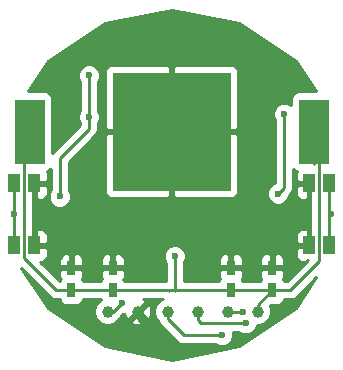
<source format=gtl>
G04 #@! TF.FileFunction,Copper,L1,Top,Signal*
%FSLAX46Y46*%
G04 Gerber Fmt 4.6, Leading zero omitted, Abs format (unit mm)*
G04 Created by KiCad (PCBNEW 4.0.7) date 08/26/18 00:21:12*
%MOMM*%
%LPD*%
G01*
G04 APERTURE LIST*
%ADD10C,0.100000*%
%ADD11R,2.500000X5.500000*%
%ADD12R,10.000000X10.000000*%
%ADD13R,0.750000X1.200000*%
%ADD14C,1.000000*%
%ADD15R,1.000000X1.550000*%
%ADD16C,0.600000*%
%ADD17C,0.250000*%
%ADD18C,0.254000*%
G04 APERTURE END LIST*
D10*
D11*
X149500000Y-96500000D03*
X125500000Y-96500000D03*
D12*
X137500000Y-96500000D03*
D13*
X146000000Y-109950000D03*
X146000000Y-108050000D03*
X142500000Y-109950000D03*
X142500000Y-108050000D03*
X132500000Y-109950000D03*
X132500000Y-108050000D03*
X129000000Y-109950000D03*
X129000000Y-108050000D03*
D14*
X139700000Y-111760000D03*
X137160000Y-111760000D03*
X132080000Y-111760000D03*
X144780000Y-111760000D03*
X142240000Y-111760000D03*
X134620000Y-111760000D03*
D15*
X149150000Y-106125000D03*
X149150000Y-100875000D03*
X150850000Y-100875000D03*
X150850000Y-106125000D03*
X125850000Y-100875000D03*
X125850000Y-106125000D03*
X124150000Y-106125000D03*
X124150000Y-100875000D03*
D16*
X137750000Y-107050008D03*
X134500000Y-104750000D03*
X137250000Y-115000000D03*
X146500000Y-101750000D03*
X147000000Y-95000000D03*
X128000000Y-102000000D03*
X130500000Y-91750000D03*
X130500000Y-95250000D03*
X143750000Y-112750000D03*
X141750000Y-113750000D03*
X133250000Y-111000000D03*
X143500000Y-111750000D03*
X151000000Y-103500000D03*
X124150000Y-103500000D03*
D17*
X137750000Y-107050008D02*
X137750000Y-109950000D01*
X137750000Y-109950000D02*
X137750000Y-110000000D01*
X137750000Y-110000000D02*
X137750000Y-109950000D01*
X144780000Y-111760000D02*
X144780000Y-111170000D01*
X144780000Y-111170000D02*
X146000000Y-109950000D01*
X137250000Y-109950000D02*
X137250000Y-110000000D01*
X137250000Y-110000000D02*
X137250000Y-109950000D01*
X129000000Y-109950000D02*
X127700000Y-109950000D01*
X125000000Y-107250000D02*
X125000000Y-97000000D01*
X127700000Y-109950000D02*
X125000000Y-107250000D01*
X125000000Y-97000000D02*
X125500000Y-96500000D01*
X146000000Y-109950000D02*
X147550000Y-109950000D01*
X150000000Y-107500000D02*
X150000000Y-97000000D01*
X147550000Y-109950000D02*
X150000000Y-107500000D01*
X150000000Y-97000000D02*
X149500000Y-96500000D01*
X142500000Y-109950000D02*
X146000000Y-109950000D01*
X132500000Y-109950000D02*
X137250000Y-109950000D01*
X137250000Y-109950000D02*
X137750000Y-109950000D01*
X137750000Y-109950000D02*
X142500000Y-109950000D01*
X129000000Y-109950000D02*
X132500000Y-109950000D01*
X149500000Y-96500000D02*
X149500000Y-99250000D01*
X134620000Y-112370000D02*
X134620000Y-111760000D01*
X137250000Y-115000000D02*
X134620000Y-112370000D01*
X147000000Y-95000000D02*
X147000000Y-101250000D01*
X147000000Y-101250000D02*
X146500000Y-101750000D01*
X130500000Y-95250000D02*
X130500000Y-96250000D01*
X128000000Y-98750000D02*
X128000000Y-102000000D01*
X130500000Y-96250000D02*
X128000000Y-98750000D01*
X130500000Y-91750000D02*
X130500000Y-95250000D01*
X139700000Y-112450000D02*
X139700000Y-111760000D01*
X140000000Y-112750000D02*
X139700000Y-112450000D01*
X143750000Y-112750000D02*
X140000000Y-112750000D01*
X137160000Y-112410000D02*
X137160000Y-111760000D01*
X138500000Y-113750000D02*
X137160000Y-112410000D01*
X141750000Y-113750000D02*
X138500000Y-113750000D01*
X133250000Y-111000000D02*
X132490000Y-111760000D01*
X132490000Y-111760000D02*
X132080000Y-111760000D01*
X143490000Y-111760000D02*
X142240000Y-111760000D01*
X143500000Y-111750000D02*
X143490000Y-111760000D01*
X150850000Y-103500000D02*
X151000000Y-103500000D01*
X150850000Y-106125000D02*
X150850000Y-103500000D01*
X150850000Y-103500000D02*
X150850000Y-100875000D01*
X124150000Y-100875000D02*
X124150000Y-103500000D01*
X124150000Y-103500000D02*
X124150000Y-106125000D01*
D18*
G36*
X127162599Y-110487401D02*
X127409161Y-110652148D01*
X127700000Y-110710000D01*
X128007666Y-110710000D01*
X128021838Y-110785317D01*
X128160910Y-111001441D01*
X128373110Y-111146431D01*
X128625000Y-111197440D01*
X129375000Y-111197440D01*
X129610317Y-111153162D01*
X129826441Y-111014090D01*
X129971431Y-110801890D01*
X129990039Y-110710000D01*
X131507666Y-110710000D01*
X131517864Y-110764198D01*
X131437914Y-110797233D01*
X131118355Y-111116235D01*
X130945197Y-111533244D01*
X130944803Y-111984775D01*
X131117233Y-112402086D01*
X131436235Y-112721645D01*
X131853244Y-112894803D01*
X132304775Y-112895197D01*
X132722086Y-112722767D01*
X132895050Y-112550104D01*
X134009501Y-112550104D01*
X134046648Y-112765217D01*
X134474972Y-112908112D01*
X134925375Y-112876217D01*
X135193352Y-112765217D01*
X135230499Y-112550104D01*
X134620000Y-111939605D01*
X134009501Y-112550104D01*
X132895050Y-112550104D01*
X133041645Y-112403765D01*
X133127288Y-112197514D01*
X133389680Y-111935122D01*
X133435167Y-111935162D01*
X133492874Y-111911318D01*
X133503783Y-112065375D01*
X133614783Y-112333352D01*
X133829896Y-112370499D01*
X134440395Y-111760000D01*
X134799605Y-111760000D01*
X135410104Y-112370499D01*
X135625217Y-112333352D01*
X135768112Y-111905028D01*
X135736217Y-111454625D01*
X135625217Y-111186648D01*
X135410104Y-111149501D01*
X134799605Y-111760000D01*
X134440395Y-111760000D01*
X134426253Y-111745858D01*
X134605858Y-111566253D01*
X134620000Y-111580395D01*
X135230499Y-110969896D01*
X135193352Y-110754783D01*
X135059116Y-110710000D01*
X136729033Y-110710000D01*
X136517914Y-110797233D01*
X136198355Y-111116235D01*
X136025197Y-111533244D01*
X136024803Y-111984775D01*
X136197233Y-112402086D01*
X136448492Y-112653784D01*
X136457852Y-112700839D01*
X136622599Y-112947401D01*
X137962599Y-114287401D01*
X138209160Y-114452148D01*
X138500000Y-114510000D01*
X141187537Y-114510000D01*
X141219673Y-114542192D01*
X141563201Y-114684838D01*
X141935167Y-114685162D01*
X142278943Y-114543117D01*
X142542192Y-114280327D01*
X142684838Y-113936799D01*
X142685162Y-113564833D01*
X142662506Y-113510000D01*
X143187537Y-113510000D01*
X143219673Y-113542192D01*
X143563201Y-113684838D01*
X143935167Y-113685162D01*
X144278943Y-113543117D01*
X144542192Y-113280327D01*
X144684838Y-112936799D01*
X144684874Y-112894918D01*
X145004775Y-112895197D01*
X145422086Y-112722767D01*
X145741645Y-112403765D01*
X145914803Y-111986756D01*
X145915197Y-111535225D01*
X145790753Y-111234049D01*
X145827362Y-111197440D01*
X146375000Y-111197440D01*
X146610317Y-111153162D01*
X146826441Y-111014090D01*
X146971431Y-110801890D01*
X146990039Y-110710000D01*
X147550000Y-110710000D01*
X147840839Y-110652148D01*
X148087401Y-110487401D01*
X149748482Y-108826320D01*
X147977212Y-111477212D01*
X143170227Y-114689138D01*
X137500000Y-115817016D01*
X131829773Y-114689138D01*
X127022788Y-111477212D01*
X124748100Y-108072902D01*
X127162599Y-110487401D01*
X127162599Y-110487401D01*
G37*
X127162599Y-110487401D02*
X127409161Y-110652148D01*
X127700000Y-110710000D01*
X128007666Y-110710000D01*
X128021838Y-110785317D01*
X128160910Y-111001441D01*
X128373110Y-111146431D01*
X128625000Y-111197440D01*
X129375000Y-111197440D01*
X129610317Y-111153162D01*
X129826441Y-111014090D01*
X129971431Y-110801890D01*
X129990039Y-110710000D01*
X131507666Y-110710000D01*
X131517864Y-110764198D01*
X131437914Y-110797233D01*
X131118355Y-111116235D01*
X130945197Y-111533244D01*
X130944803Y-111984775D01*
X131117233Y-112402086D01*
X131436235Y-112721645D01*
X131853244Y-112894803D01*
X132304775Y-112895197D01*
X132722086Y-112722767D01*
X132895050Y-112550104D01*
X134009501Y-112550104D01*
X134046648Y-112765217D01*
X134474972Y-112908112D01*
X134925375Y-112876217D01*
X135193352Y-112765217D01*
X135230499Y-112550104D01*
X134620000Y-111939605D01*
X134009501Y-112550104D01*
X132895050Y-112550104D01*
X133041645Y-112403765D01*
X133127288Y-112197514D01*
X133389680Y-111935122D01*
X133435167Y-111935162D01*
X133492874Y-111911318D01*
X133503783Y-112065375D01*
X133614783Y-112333352D01*
X133829896Y-112370499D01*
X134440395Y-111760000D01*
X134799605Y-111760000D01*
X135410104Y-112370499D01*
X135625217Y-112333352D01*
X135768112Y-111905028D01*
X135736217Y-111454625D01*
X135625217Y-111186648D01*
X135410104Y-111149501D01*
X134799605Y-111760000D01*
X134440395Y-111760000D01*
X134426253Y-111745858D01*
X134605858Y-111566253D01*
X134620000Y-111580395D01*
X135230499Y-110969896D01*
X135193352Y-110754783D01*
X135059116Y-110710000D01*
X136729033Y-110710000D01*
X136517914Y-110797233D01*
X136198355Y-111116235D01*
X136025197Y-111533244D01*
X136024803Y-111984775D01*
X136197233Y-112402086D01*
X136448492Y-112653784D01*
X136457852Y-112700839D01*
X136622599Y-112947401D01*
X137962599Y-114287401D01*
X138209160Y-114452148D01*
X138500000Y-114510000D01*
X141187537Y-114510000D01*
X141219673Y-114542192D01*
X141563201Y-114684838D01*
X141935167Y-114685162D01*
X142278943Y-114543117D01*
X142542192Y-114280327D01*
X142684838Y-113936799D01*
X142685162Y-113564833D01*
X142662506Y-113510000D01*
X143187537Y-113510000D01*
X143219673Y-113542192D01*
X143563201Y-113684838D01*
X143935167Y-113685162D01*
X144278943Y-113543117D01*
X144542192Y-113280327D01*
X144684838Y-112936799D01*
X144684874Y-112894918D01*
X145004775Y-112895197D01*
X145422086Y-112722767D01*
X145741645Y-112403765D01*
X145914803Y-111986756D01*
X145915197Y-111535225D01*
X145790753Y-111234049D01*
X145827362Y-111197440D01*
X146375000Y-111197440D01*
X146610317Y-111153162D01*
X146826441Y-111014090D01*
X146971431Y-110801890D01*
X146990039Y-110710000D01*
X147550000Y-110710000D01*
X147840839Y-110652148D01*
X148087401Y-110487401D01*
X149748482Y-108826320D01*
X147977212Y-111477212D01*
X143170227Y-114689138D01*
X137500000Y-115817016D01*
X131829773Y-114689138D01*
X127022788Y-111477212D01*
X124748100Y-108072902D01*
X127162599Y-110487401D01*
G36*
X143170227Y-87310862D02*
X147977212Y-90522788D01*
X149700961Y-93102560D01*
X148250000Y-93102560D01*
X148014683Y-93146838D01*
X147798559Y-93285910D01*
X147653569Y-93498110D01*
X147602560Y-93750000D01*
X147602560Y-94280167D01*
X147530327Y-94207808D01*
X147186799Y-94065162D01*
X146814833Y-94064838D01*
X146471057Y-94206883D01*
X146207808Y-94469673D01*
X146065162Y-94813201D01*
X146064838Y-95185167D01*
X146206883Y-95528943D01*
X146240000Y-95562118D01*
X146240000Y-100845758D01*
X145971057Y-100956883D01*
X145707808Y-101219673D01*
X145565162Y-101563201D01*
X145564838Y-101935167D01*
X145706883Y-102278943D01*
X145969673Y-102542192D01*
X146313201Y-102684838D01*
X146685167Y-102685162D01*
X147028943Y-102543117D01*
X147292192Y-102280327D01*
X147434838Y-101936799D01*
X147434879Y-101889923D01*
X147537401Y-101787401D01*
X147702148Y-101540839D01*
X147760000Y-101250000D01*
X147760000Y-101160750D01*
X148015000Y-101160750D01*
X148015000Y-101776309D01*
X148111673Y-102009698D01*
X148290301Y-102188327D01*
X148523690Y-102285000D01*
X148864250Y-102285000D01*
X149023000Y-102126250D01*
X149023000Y-101002000D01*
X148173750Y-101002000D01*
X148015000Y-101160750D01*
X147760000Y-101160750D01*
X147760000Y-99661176D01*
X147785910Y-99701441D01*
X147998110Y-99846431D01*
X148062326Y-99859435D01*
X148015000Y-99973691D01*
X148015000Y-100589250D01*
X148173750Y-100748000D01*
X149023000Y-100748000D01*
X149023000Y-100728000D01*
X149240000Y-100728000D01*
X149240000Y-106272000D01*
X149023000Y-106272000D01*
X149023000Y-106252000D01*
X148173750Y-106252000D01*
X148015000Y-106410750D01*
X148015000Y-107026309D01*
X148111673Y-107259698D01*
X148290301Y-107438327D01*
X148523690Y-107535000D01*
X148864250Y-107535000D01*
X149022998Y-107376252D01*
X149022998Y-107402200D01*
X147235198Y-109190000D01*
X146992334Y-109190000D01*
X146978162Y-109114683D01*
X146911671Y-109011354D01*
X146913327Y-109009698D01*
X147010000Y-108776309D01*
X147010000Y-108335750D01*
X146851250Y-108177000D01*
X146127000Y-108177000D01*
X146127000Y-108197000D01*
X145873000Y-108197000D01*
X145873000Y-108177000D01*
X145148750Y-108177000D01*
X144990000Y-108335750D01*
X144990000Y-108776309D01*
X145086673Y-109009698D01*
X145088043Y-109011068D01*
X145028569Y-109098110D01*
X145009961Y-109190000D01*
X143492334Y-109190000D01*
X143478162Y-109114683D01*
X143411671Y-109011354D01*
X143413327Y-109009698D01*
X143510000Y-108776309D01*
X143510000Y-108335750D01*
X143351250Y-108177000D01*
X142627000Y-108177000D01*
X142627000Y-108197000D01*
X142373000Y-108197000D01*
X142373000Y-108177000D01*
X141648750Y-108177000D01*
X141490000Y-108335750D01*
X141490000Y-108776309D01*
X141586673Y-109009698D01*
X141588043Y-109011068D01*
X141528569Y-109098110D01*
X141509961Y-109190000D01*
X138510000Y-109190000D01*
X138510000Y-107612471D01*
X138542192Y-107580335D01*
X138648760Y-107323691D01*
X141490000Y-107323691D01*
X141490000Y-107764250D01*
X141648750Y-107923000D01*
X142373000Y-107923000D01*
X142373000Y-106973750D01*
X142627000Y-106973750D01*
X142627000Y-107923000D01*
X143351250Y-107923000D01*
X143510000Y-107764250D01*
X143510000Y-107323691D01*
X144990000Y-107323691D01*
X144990000Y-107764250D01*
X145148750Y-107923000D01*
X145873000Y-107923000D01*
X145873000Y-106973750D01*
X146127000Y-106973750D01*
X146127000Y-107923000D01*
X146851250Y-107923000D01*
X147010000Y-107764250D01*
X147010000Y-107323691D01*
X146913327Y-107090302D01*
X146734699Y-106911673D01*
X146501310Y-106815000D01*
X146285750Y-106815000D01*
X146127000Y-106973750D01*
X145873000Y-106973750D01*
X145714250Y-106815000D01*
X145498690Y-106815000D01*
X145265301Y-106911673D01*
X145086673Y-107090302D01*
X144990000Y-107323691D01*
X143510000Y-107323691D01*
X143413327Y-107090302D01*
X143234699Y-106911673D01*
X143001310Y-106815000D01*
X142785750Y-106815000D01*
X142627000Y-106973750D01*
X142373000Y-106973750D01*
X142214250Y-106815000D01*
X141998690Y-106815000D01*
X141765301Y-106911673D01*
X141586673Y-107090302D01*
X141490000Y-107323691D01*
X138648760Y-107323691D01*
X138684838Y-107236807D01*
X138685162Y-106864841D01*
X138543117Y-106521065D01*
X138280327Y-106257816D01*
X137936799Y-106115170D01*
X137564833Y-106114846D01*
X137221057Y-106256891D01*
X136957808Y-106519681D01*
X136815162Y-106863209D01*
X136814838Y-107235175D01*
X136956883Y-107578951D01*
X136990000Y-107612126D01*
X136990000Y-109190000D01*
X133492334Y-109190000D01*
X133478162Y-109114683D01*
X133411671Y-109011354D01*
X133413327Y-109009698D01*
X133510000Y-108776309D01*
X133510000Y-108335750D01*
X133351250Y-108177000D01*
X132627000Y-108177000D01*
X132627000Y-108197000D01*
X132373000Y-108197000D01*
X132373000Y-108177000D01*
X131648750Y-108177000D01*
X131490000Y-108335750D01*
X131490000Y-108776309D01*
X131586673Y-109009698D01*
X131588043Y-109011068D01*
X131528569Y-109098110D01*
X131509961Y-109190000D01*
X129992334Y-109190000D01*
X129978162Y-109114683D01*
X129911671Y-109011354D01*
X129913327Y-109009698D01*
X130010000Y-108776309D01*
X130010000Y-108335750D01*
X129851250Y-108177000D01*
X129127000Y-108177000D01*
X129127000Y-108197000D01*
X128873000Y-108197000D01*
X128873000Y-108177000D01*
X128148750Y-108177000D01*
X127990000Y-108335750D01*
X127990000Y-108776309D01*
X128086673Y-109009698D01*
X128088043Y-109011068D01*
X128028569Y-109098110D01*
X128010776Y-109185974D01*
X126359802Y-107535000D01*
X126476310Y-107535000D01*
X126709699Y-107438327D01*
X126824334Y-107323691D01*
X127990000Y-107323691D01*
X127990000Y-107764250D01*
X128148750Y-107923000D01*
X128873000Y-107923000D01*
X128873000Y-106973750D01*
X129127000Y-106973750D01*
X129127000Y-107923000D01*
X129851250Y-107923000D01*
X130010000Y-107764250D01*
X130010000Y-107323691D01*
X131490000Y-107323691D01*
X131490000Y-107764250D01*
X131648750Y-107923000D01*
X132373000Y-107923000D01*
X132373000Y-106973750D01*
X132627000Y-106973750D01*
X132627000Y-107923000D01*
X133351250Y-107923000D01*
X133510000Y-107764250D01*
X133510000Y-107323691D01*
X133413327Y-107090302D01*
X133234699Y-106911673D01*
X133001310Y-106815000D01*
X132785750Y-106815000D01*
X132627000Y-106973750D01*
X132373000Y-106973750D01*
X132214250Y-106815000D01*
X131998690Y-106815000D01*
X131765301Y-106911673D01*
X131586673Y-107090302D01*
X131490000Y-107323691D01*
X130010000Y-107323691D01*
X129913327Y-107090302D01*
X129734699Y-106911673D01*
X129501310Y-106815000D01*
X129285750Y-106815000D01*
X129127000Y-106973750D01*
X128873000Y-106973750D01*
X128714250Y-106815000D01*
X128498690Y-106815000D01*
X128265301Y-106911673D01*
X128086673Y-107090302D01*
X127990000Y-107323691D01*
X126824334Y-107323691D01*
X126888327Y-107259698D01*
X126985000Y-107026309D01*
X126985000Y-106410750D01*
X126826250Y-106252000D01*
X125977000Y-106252000D01*
X125977000Y-106272000D01*
X125760000Y-106272000D01*
X125760000Y-104873750D01*
X125977000Y-104873750D01*
X125977000Y-105998000D01*
X126826250Y-105998000D01*
X126985000Y-105839250D01*
X126985000Y-105223691D01*
X148015000Y-105223691D01*
X148015000Y-105839250D01*
X148173750Y-105998000D01*
X149023000Y-105998000D01*
X149023000Y-104873750D01*
X148864250Y-104715000D01*
X148523690Y-104715000D01*
X148290301Y-104811673D01*
X148111673Y-104990302D01*
X148015000Y-105223691D01*
X126985000Y-105223691D01*
X126888327Y-104990302D01*
X126709699Y-104811673D01*
X126476310Y-104715000D01*
X126135750Y-104715000D01*
X125977000Y-104873750D01*
X125760000Y-104873750D01*
X125760000Y-101002000D01*
X125977000Y-101002000D01*
X125977000Y-102126250D01*
X126135750Y-102285000D01*
X126476310Y-102285000D01*
X126709699Y-102188327D01*
X126888327Y-102009698D01*
X126985000Y-101776309D01*
X126985000Y-101160750D01*
X126826250Y-101002000D01*
X125977000Y-101002000D01*
X125760000Y-101002000D01*
X125760000Y-100728000D01*
X125977000Y-100728000D01*
X125977000Y-100748000D01*
X126826250Y-100748000D01*
X126985000Y-100589250D01*
X126985000Y-99973691D01*
X126938708Y-99861932D01*
X126985317Y-99853162D01*
X127201441Y-99714090D01*
X127240000Y-99657657D01*
X127240000Y-101437537D01*
X127207808Y-101469673D01*
X127065162Y-101813201D01*
X127064838Y-102185167D01*
X127206883Y-102528943D01*
X127469673Y-102792192D01*
X127813201Y-102934838D01*
X128185167Y-102935162D01*
X128528943Y-102793117D01*
X128792192Y-102530327D01*
X128934838Y-102186799D01*
X128935162Y-101814833D01*
X128793117Y-101471057D01*
X128760000Y-101437882D01*
X128760000Y-99064802D01*
X131037401Y-96787401D01*
X131038504Y-96785750D01*
X131865000Y-96785750D01*
X131865000Y-101626310D01*
X131961673Y-101859699D01*
X132140302Y-102038327D01*
X132373691Y-102135000D01*
X137214250Y-102135000D01*
X137373000Y-101976250D01*
X137373000Y-96627000D01*
X137627000Y-96627000D01*
X137627000Y-101976250D01*
X137785750Y-102135000D01*
X142626309Y-102135000D01*
X142859698Y-102038327D01*
X143038327Y-101859699D01*
X143135000Y-101626310D01*
X143135000Y-96785750D01*
X142976250Y-96627000D01*
X137627000Y-96627000D01*
X137373000Y-96627000D01*
X132023750Y-96627000D01*
X131865000Y-96785750D01*
X131038504Y-96785750D01*
X131202148Y-96540839D01*
X131260000Y-96250000D01*
X131260000Y-95812463D01*
X131292192Y-95780327D01*
X131434838Y-95436799D01*
X131435162Y-95064833D01*
X131293117Y-94721057D01*
X131260000Y-94687882D01*
X131260000Y-92312463D01*
X131292192Y-92280327D01*
X131434838Y-91936799D01*
X131435162Y-91564833D01*
X131356184Y-91373690D01*
X131865000Y-91373690D01*
X131865000Y-96214250D01*
X132023750Y-96373000D01*
X137373000Y-96373000D01*
X137373000Y-91023750D01*
X137627000Y-91023750D01*
X137627000Y-96373000D01*
X142976250Y-96373000D01*
X143135000Y-96214250D01*
X143135000Y-91373690D01*
X143038327Y-91140301D01*
X142859698Y-90961673D01*
X142626309Y-90865000D01*
X137785750Y-90865000D01*
X137627000Y-91023750D01*
X137373000Y-91023750D01*
X137214250Y-90865000D01*
X132373691Y-90865000D01*
X132140302Y-90961673D01*
X131961673Y-91140301D01*
X131865000Y-91373690D01*
X131356184Y-91373690D01*
X131293117Y-91221057D01*
X131030327Y-90957808D01*
X130686799Y-90815162D01*
X130314833Y-90814838D01*
X129971057Y-90956883D01*
X129707808Y-91219673D01*
X129565162Y-91563201D01*
X129564838Y-91935167D01*
X129706883Y-92278943D01*
X129740000Y-92312118D01*
X129740000Y-94687537D01*
X129707808Y-94719673D01*
X129565162Y-95063201D01*
X129564838Y-95435167D01*
X129706883Y-95778943D01*
X129740000Y-95812118D01*
X129740000Y-95935198D01*
X127462599Y-98212599D01*
X127397440Y-98310117D01*
X127397440Y-93750000D01*
X127353162Y-93514683D01*
X127214090Y-93298559D01*
X127001890Y-93153569D01*
X126750000Y-93102560D01*
X125299039Y-93102560D01*
X127022788Y-90522788D01*
X131829773Y-87310862D01*
X137500000Y-86182984D01*
X143170227Y-87310862D01*
X143170227Y-87310862D01*
G37*
X143170227Y-87310862D02*
X147977212Y-90522788D01*
X149700961Y-93102560D01*
X148250000Y-93102560D01*
X148014683Y-93146838D01*
X147798559Y-93285910D01*
X147653569Y-93498110D01*
X147602560Y-93750000D01*
X147602560Y-94280167D01*
X147530327Y-94207808D01*
X147186799Y-94065162D01*
X146814833Y-94064838D01*
X146471057Y-94206883D01*
X146207808Y-94469673D01*
X146065162Y-94813201D01*
X146064838Y-95185167D01*
X146206883Y-95528943D01*
X146240000Y-95562118D01*
X146240000Y-100845758D01*
X145971057Y-100956883D01*
X145707808Y-101219673D01*
X145565162Y-101563201D01*
X145564838Y-101935167D01*
X145706883Y-102278943D01*
X145969673Y-102542192D01*
X146313201Y-102684838D01*
X146685167Y-102685162D01*
X147028943Y-102543117D01*
X147292192Y-102280327D01*
X147434838Y-101936799D01*
X147434879Y-101889923D01*
X147537401Y-101787401D01*
X147702148Y-101540839D01*
X147760000Y-101250000D01*
X147760000Y-101160750D01*
X148015000Y-101160750D01*
X148015000Y-101776309D01*
X148111673Y-102009698D01*
X148290301Y-102188327D01*
X148523690Y-102285000D01*
X148864250Y-102285000D01*
X149023000Y-102126250D01*
X149023000Y-101002000D01*
X148173750Y-101002000D01*
X148015000Y-101160750D01*
X147760000Y-101160750D01*
X147760000Y-99661176D01*
X147785910Y-99701441D01*
X147998110Y-99846431D01*
X148062326Y-99859435D01*
X148015000Y-99973691D01*
X148015000Y-100589250D01*
X148173750Y-100748000D01*
X149023000Y-100748000D01*
X149023000Y-100728000D01*
X149240000Y-100728000D01*
X149240000Y-106272000D01*
X149023000Y-106272000D01*
X149023000Y-106252000D01*
X148173750Y-106252000D01*
X148015000Y-106410750D01*
X148015000Y-107026309D01*
X148111673Y-107259698D01*
X148290301Y-107438327D01*
X148523690Y-107535000D01*
X148864250Y-107535000D01*
X149022998Y-107376252D01*
X149022998Y-107402200D01*
X147235198Y-109190000D01*
X146992334Y-109190000D01*
X146978162Y-109114683D01*
X146911671Y-109011354D01*
X146913327Y-109009698D01*
X147010000Y-108776309D01*
X147010000Y-108335750D01*
X146851250Y-108177000D01*
X146127000Y-108177000D01*
X146127000Y-108197000D01*
X145873000Y-108197000D01*
X145873000Y-108177000D01*
X145148750Y-108177000D01*
X144990000Y-108335750D01*
X144990000Y-108776309D01*
X145086673Y-109009698D01*
X145088043Y-109011068D01*
X145028569Y-109098110D01*
X145009961Y-109190000D01*
X143492334Y-109190000D01*
X143478162Y-109114683D01*
X143411671Y-109011354D01*
X143413327Y-109009698D01*
X143510000Y-108776309D01*
X143510000Y-108335750D01*
X143351250Y-108177000D01*
X142627000Y-108177000D01*
X142627000Y-108197000D01*
X142373000Y-108197000D01*
X142373000Y-108177000D01*
X141648750Y-108177000D01*
X141490000Y-108335750D01*
X141490000Y-108776309D01*
X141586673Y-109009698D01*
X141588043Y-109011068D01*
X141528569Y-109098110D01*
X141509961Y-109190000D01*
X138510000Y-109190000D01*
X138510000Y-107612471D01*
X138542192Y-107580335D01*
X138648760Y-107323691D01*
X141490000Y-107323691D01*
X141490000Y-107764250D01*
X141648750Y-107923000D01*
X142373000Y-107923000D01*
X142373000Y-106973750D01*
X142627000Y-106973750D01*
X142627000Y-107923000D01*
X143351250Y-107923000D01*
X143510000Y-107764250D01*
X143510000Y-107323691D01*
X144990000Y-107323691D01*
X144990000Y-107764250D01*
X145148750Y-107923000D01*
X145873000Y-107923000D01*
X145873000Y-106973750D01*
X146127000Y-106973750D01*
X146127000Y-107923000D01*
X146851250Y-107923000D01*
X147010000Y-107764250D01*
X147010000Y-107323691D01*
X146913327Y-107090302D01*
X146734699Y-106911673D01*
X146501310Y-106815000D01*
X146285750Y-106815000D01*
X146127000Y-106973750D01*
X145873000Y-106973750D01*
X145714250Y-106815000D01*
X145498690Y-106815000D01*
X145265301Y-106911673D01*
X145086673Y-107090302D01*
X144990000Y-107323691D01*
X143510000Y-107323691D01*
X143413327Y-107090302D01*
X143234699Y-106911673D01*
X143001310Y-106815000D01*
X142785750Y-106815000D01*
X142627000Y-106973750D01*
X142373000Y-106973750D01*
X142214250Y-106815000D01*
X141998690Y-106815000D01*
X141765301Y-106911673D01*
X141586673Y-107090302D01*
X141490000Y-107323691D01*
X138648760Y-107323691D01*
X138684838Y-107236807D01*
X138685162Y-106864841D01*
X138543117Y-106521065D01*
X138280327Y-106257816D01*
X137936799Y-106115170D01*
X137564833Y-106114846D01*
X137221057Y-106256891D01*
X136957808Y-106519681D01*
X136815162Y-106863209D01*
X136814838Y-107235175D01*
X136956883Y-107578951D01*
X136990000Y-107612126D01*
X136990000Y-109190000D01*
X133492334Y-109190000D01*
X133478162Y-109114683D01*
X133411671Y-109011354D01*
X133413327Y-109009698D01*
X133510000Y-108776309D01*
X133510000Y-108335750D01*
X133351250Y-108177000D01*
X132627000Y-108177000D01*
X132627000Y-108197000D01*
X132373000Y-108197000D01*
X132373000Y-108177000D01*
X131648750Y-108177000D01*
X131490000Y-108335750D01*
X131490000Y-108776309D01*
X131586673Y-109009698D01*
X131588043Y-109011068D01*
X131528569Y-109098110D01*
X131509961Y-109190000D01*
X129992334Y-109190000D01*
X129978162Y-109114683D01*
X129911671Y-109011354D01*
X129913327Y-109009698D01*
X130010000Y-108776309D01*
X130010000Y-108335750D01*
X129851250Y-108177000D01*
X129127000Y-108177000D01*
X129127000Y-108197000D01*
X128873000Y-108197000D01*
X128873000Y-108177000D01*
X128148750Y-108177000D01*
X127990000Y-108335750D01*
X127990000Y-108776309D01*
X128086673Y-109009698D01*
X128088043Y-109011068D01*
X128028569Y-109098110D01*
X128010776Y-109185974D01*
X126359802Y-107535000D01*
X126476310Y-107535000D01*
X126709699Y-107438327D01*
X126824334Y-107323691D01*
X127990000Y-107323691D01*
X127990000Y-107764250D01*
X128148750Y-107923000D01*
X128873000Y-107923000D01*
X128873000Y-106973750D01*
X129127000Y-106973750D01*
X129127000Y-107923000D01*
X129851250Y-107923000D01*
X130010000Y-107764250D01*
X130010000Y-107323691D01*
X131490000Y-107323691D01*
X131490000Y-107764250D01*
X131648750Y-107923000D01*
X132373000Y-107923000D01*
X132373000Y-106973750D01*
X132627000Y-106973750D01*
X132627000Y-107923000D01*
X133351250Y-107923000D01*
X133510000Y-107764250D01*
X133510000Y-107323691D01*
X133413327Y-107090302D01*
X133234699Y-106911673D01*
X133001310Y-106815000D01*
X132785750Y-106815000D01*
X132627000Y-106973750D01*
X132373000Y-106973750D01*
X132214250Y-106815000D01*
X131998690Y-106815000D01*
X131765301Y-106911673D01*
X131586673Y-107090302D01*
X131490000Y-107323691D01*
X130010000Y-107323691D01*
X129913327Y-107090302D01*
X129734699Y-106911673D01*
X129501310Y-106815000D01*
X129285750Y-106815000D01*
X129127000Y-106973750D01*
X128873000Y-106973750D01*
X128714250Y-106815000D01*
X128498690Y-106815000D01*
X128265301Y-106911673D01*
X128086673Y-107090302D01*
X127990000Y-107323691D01*
X126824334Y-107323691D01*
X126888327Y-107259698D01*
X126985000Y-107026309D01*
X126985000Y-106410750D01*
X126826250Y-106252000D01*
X125977000Y-106252000D01*
X125977000Y-106272000D01*
X125760000Y-106272000D01*
X125760000Y-104873750D01*
X125977000Y-104873750D01*
X125977000Y-105998000D01*
X126826250Y-105998000D01*
X126985000Y-105839250D01*
X126985000Y-105223691D01*
X148015000Y-105223691D01*
X148015000Y-105839250D01*
X148173750Y-105998000D01*
X149023000Y-105998000D01*
X149023000Y-104873750D01*
X148864250Y-104715000D01*
X148523690Y-104715000D01*
X148290301Y-104811673D01*
X148111673Y-104990302D01*
X148015000Y-105223691D01*
X126985000Y-105223691D01*
X126888327Y-104990302D01*
X126709699Y-104811673D01*
X126476310Y-104715000D01*
X126135750Y-104715000D01*
X125977000Y-104873750D01*
X125760000Y-104873750D01*
X125760000Y-101002000D01*
X125977000Y-101002000D01*
X125977000Y-102126250D01*
X126135750Y-102285000D01*
X126476310Y-102285000D01*
X126709699Y-102188327D01*
X126888327Y-102009698D01*
X126985000Y-101776309D01*
X126985000Y-101160750D01*
X126826250Y-101002000D01*
X125977000Y-101002000D01*
X125760000Y-101002000D01*
X125760000Y-100728000D01*
X125977000Y-100728000D01*
X125977000Y-100748000D01*
X126826250Y-100748000D01*
X126985000Y-100589250D01*
X126985000Y-99973691D01*
X126938708Y-99861932D01*
X126985317Y-99853162D01*
X127201441Y-99714090D01*
X127240000Y-99657657D01*
X127240000Y-101437537D01*
X127207808Y-101469673D01*
X127065162Y-101813201D01*
X127064838Y-102185167D01*
X127206883Y-102528943D01*
X127469673Y-102792192D01*
X127813201Y-102934838D01*
X128185167Y-102935162D01*
X128528943Y-102793117D01*
X128792192Y-102530327D01*
X128934838Y-102186799D01*
X128935162Y-101814833D01*
X128793117Y-101471057D01*
X128760000Y-101437882D01*
X128760000Y-99064802D01*
X131037401Y-96787401D01*
X131038504Y-96785750D01*
X131865000Y-96785750D01*
X131865000Y-101626310D01*
X131961673Y-101859699D01*
X132140302Y-102038327D01*
X132373691Y-102135000D01*
X137214250Y-102135000D01*
X137373000Y-101976250D01*
X137373000Y-96627000D01*
X137627000Y-96627000D01*
X137627000Y-101976250D01*
X137785750Y-102135000D01*
X142626309Y-102135000D01*
X142859698Y-102038327D01*
X143038327Y-101859699D01*
X143135000Y-101626310D01*
X143135000Y-96785750D01*
X142976250Y-96627000D01*
X137627000Y-96627000D01*
X137373000Y-96627000D01*
X132023750Y-96627000D01*
X131865000Y-96785750D01*
X131038504Y-96785750D01*
X131202148Y-96540839D01*
X131260000Y-96250000D01*
X131260000Y-95812463D01*
X131292192Y-95780327D01*
X131434838Y-95436799D01*
X131435162Y-95064833D01*
X131293117Y-94721057D01*
X131260000Y-94687882D01*
X131260000Y-92312463D01*
X131292192Y-92280327D01*
X131434838Y-91936799D01*
X131435162Y-91564833D01*
X131356184Y-91373690D01*
X131865000Y-91373690D01*
X131865000Y-96214250D01*
X132023750Y-96373000D01*
X137373000Y-96373000D01*
X137373000Y-91023750D01*
X137627000Y-91023750D01*
X137627000Y-96373000D01*
X142976250Y-96373000D01*
X143135000Y-96214250D01*
X143135000Y-91373690D01*
X143038327Y-91140301D01*
X142859698Y-90961673D01*
X142626309Y-90865000D01*
X137785750Y-90865000D01*
X137627000Y-91023750D01*
X137373000Y-91023750D01*
X137214250Y-90865000D01*
X132373691Y-90865000D01*
X132140302Y-90961673D01*
X131961673Y-91140301D01*
X131865000Y-91373690D01*
X131356184Y-91373690D01*
X131293117Y-91221057D01*
X131030327Y-90957808D01*
X130686799Y-90815162D01*
X130314833Y-90814838D01*
X129971057Y-90956883D01*
X129707808Y-91219673D01*
X129565162Y-91563201D01*
X129564838Y-91935167D01*
X129706883Y-92278943D01*
X129740000Y-92312118D01*
X129740000Y-94687537D01*
X129707808Y-94719673D01*
X129565162Y-95063201D01*
X129564838Y-95435167D01*
X129706883Y-95778943D01*
X129740000Y-95812118D01*
X129740000Y-95935198D01*
X127462599Y-98212599D01*
X127397440Y-98310117D01*
X127397440Y-93750000D01*
X127353162Y-93514683D01*
X127214090Y-93298559D01*
X127001890Y-93153569D01*
X126750000Y-93102560D01*
X125299039Y-93102560D01*
X127022788Y-90522788D01*
X131829773Y-87310862D01*
X137500000Y-86182984D01*
X143170227Y-87310862D01*
M02*

</source>
